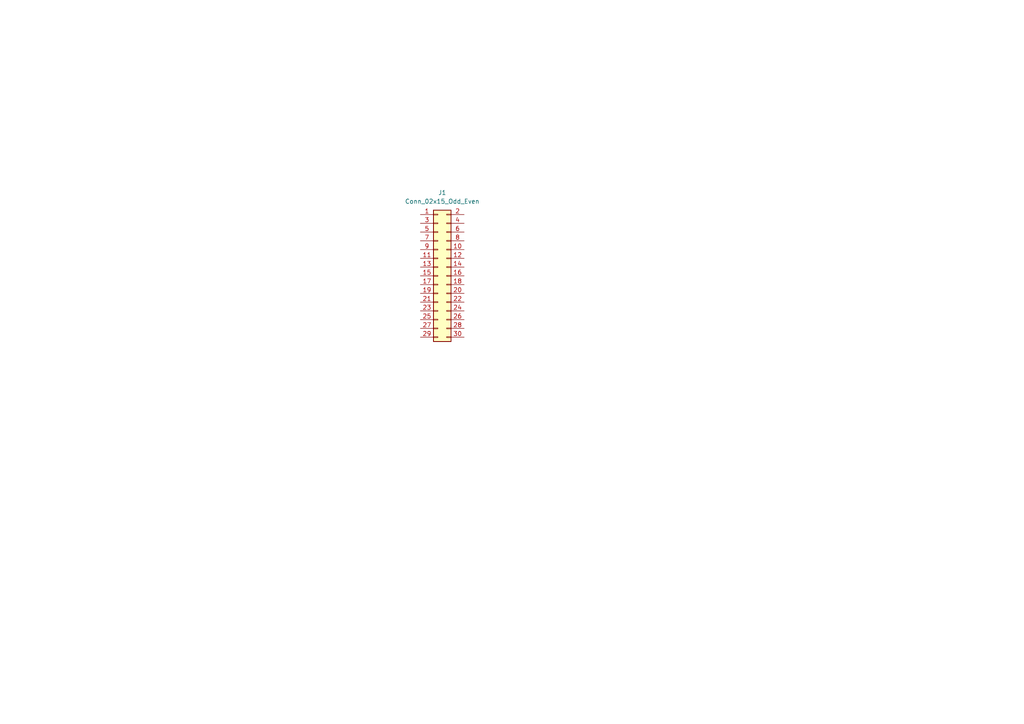
<source format=kicad_sch>
(kicad_sch (version 20250114) (generator "eeschema") (generator_version "9.0")
  (paper "A4")
  (lib_symbols
    (symbol "Connector_Generic:Conn_02x15_Odd_Even" (pin_names (offset 1.016) (hide yes))
      (property "Reference" "J" (at 1.27 20.32 0))
      (property "Value" "Conn_02x15_Odd_Even" (at 1.27 -20.32 0))
      (symbol "Conn_02x15_Odd_Even_1_1"
        (rectangle (start -1.27 19.05) (end 3.81 -19.05) (stroke (width 0.254)) (fill (type background)))
        (rectangle (start -1.27 17.907) (end 0 17.653) (stroke (width 0.1524)))
        (rectangle (start -1.27 15.367) (end 0 15.113) (stroke (width 0.1524)))
        (rectangle (start -1.27 12.827) (end 0 12.573) (stroke (width 0.1524)))
        (rectangle (start -1.27 10.287) (end 0 10.033) (stroke (width 0.1524)))
        (rectangle (start -1.27 7.747) (end 0 7.493) (stroke (width 0.1524)))
        (rectangle (start -1.27 5.207) (end 0 4.953) (stroke (width 0.1524)))
        (rectangle (start -1.27 2.667) (end 0 2.413) (stroke (width 0.1524)))
        (rectangle (start -1.27 0.127) (end 0 -0.127) (stroke (width 0.1524)))
        (rectangle (start -1.27 -2.413) (end 0 -2.667) (stroke (width 0.1524)))
        (rectangle (start -1.27 -4.953) (end 0 -5.207) (stroke (width 0.1524)))
        (rectangle (start -1.27 -7.493) (end 0 -7.747) (stroke (width 0.1524)))
        (rectangle (start -1.27 -10.033) (end 0 -10.287) (stroke (width 0.1524)))
        (rectangle (start -1.27 -12.573) (end 0 -12.827) (stroke (width 0.1524)))
        (rectangle (start -1.27 -15.113) (end 0 -15.367) (stroke (width 0.1524)))
        (rectangle (start -1.27 -17.653) (end 0 -17.907) (stroke (width 0.1524)))
        (rectangle (start 3.81 17.907) (end 2.54 17.653) (stroke (width 0.1524)))
        (rectangle (start 3.81 15.367) (end 2.54 15.113) (stroke (width 0.1524)))
        (rectangle (start 3.81 12.827) (end 2.54 12.573) (stroke (width 0.1524)))
        (rectangle (start 3.81 10.287) (end 2.54 10.033) (stroke (width 0.1524)))
        (rectangle (start 3.81 7.747) (end 2.54 7.493) (stroke (width 0.1524)))
        (rectangle (start 3.81 5.207) (end 2.54 4.953) (stroke (width 0.1524)))
        (rectangle (start 3.81 2.667) (end 2.54 2.413) (stroke (width 0.1524)))
        (rectangle (start 3.81 0.127) (end 2.54 -0.127) (stroke (width 0.1524)))
        (rectangle (start 3.81 -2.413) (end 2.54 -2.667) (stroke (width 0.1524)))
        (rectangle (start 3.81 -4.953) (end 2.54 -5.207) (stroke (width 0.1524)))
        (rectangle (start 3.81 -7.493) (end 2.54 -7.747) (stroke (width 0.1524)))
        (rectangle (start 3.81 -10.033) (end 2.54 -10.287) (stroke (width 0.1524)))
        (rectangle (start 3.81 -12.573) (end 2.54 -12.827) (stroke (width 0.1524)))
        (rectangle (start 3.81 -15.113) (end 2.54 -15.367) (stroke (width 0.1524)))
        (rectangle (start 3.81 -17.653) (end 2.54 -17.907) (stroke (width 0.1524)))
        (pin passive line (at -5.08 17.78 0) (length 3.81) (name "Pin_1") (number "1"))
        (pin passive line (at -5.08 15.24 0) (length 3.81) (name "Pin_3") (number "3"))
        (pin passive line (at -5.08 12.7 0) (length 3.81) (name "Pin_5") (number "5"))
        (pin passive line (at -5.08 10.16 0) (length 3.81) (name "Pin_7") (number "7"))
        (pin passive line (at -5.08 7.62 0) (length 3.81) (name "Pin_9") (number "9"))
        (pin passive line (at -5.08 5.08 0) (length 3.81) (name "Pin_11") (number "11"))
        (pin passive line (at -5.08 2.54 0) (length 3.81) (name "Pin_13") (number "13"))
        (pin passive line (at -5.08 0 0) (length 3.81) (name "Pin_15") (number "15"))
        (pin passive line (at -5.08 -2.54 0) (length 3.81) (name "Pin_17") (number "17"))
        (pin passive line (at -5.08 -5.08 0) (length 3.81) (name "Pin_19") (number "19"))
        (pin passive line (at -5.08 -7.62 0) (length 3.81) (name "Pin_21") (number "21"))
        (pin passive line (at -5.08 -10.16 0) (length 3.81) (name "Pin_23") (number "23"))
        (pin passive line (at -5.08 -12.7 0) (length 3.81) (name "Pin_25") (number "25"))
        (pin passive line (at -5.08 -15.24 0) (length 3.81) (name "Pin_27") (number "27"))
        (pin passive line (at -5.08 -17.78 0) (length 3.81) (name "Pin_29") (number "29"))
        (pin passive line (at 7.62 17.78 180) (length 3.81) (name "Pin_2") (number "2"))
        (pin passive line (at 7.62 15.24 180) (length 3.81) (name "Pin_4") (number "4"))
        (pin passive line (at 7.62 12.7 180) (length 3.81) (name "Pin_6") (number "6"))
        (pin passive line (at 7.62 10.16 180) (length 3.81) (name "Pin_8") (number "8"))
        (pin passive line (at 7.62 7.62 180) (length 3.81) (name "Pin_10") (number "10"))
        (pin passive line (at 7.62 5.08 180) (length 3.81) (name "Pin_12") (number "12"))
        (pin passive line (at 7.62 2.54 180) (length 3.81) (name "Pin_14") (number "14"))
        (pin passive line (at 7.62 0 180) (length 3.81) (name "Pin_16") (number "16"))
        (pin passive line (at 7.62 -2.54 180) (length 3.81) (name "Pin_18") (number "18"))
        (pin passive line (at 7.62 -5.08 180) (length 3.81) (name "Pin_20") (number "20"))
        (pin passive line (at 7.62 -7.62 180) (length 3.81) (name "Pin_22") (number "22"))
        (pin passive line (at 7.62 -10.16 180) (length 3.81) (name "Pin_24") (number "24"))
        (pin passive line (at 7.62 -12.7 180) (length 3.81) (name "Pin_26") (number "26"))
        (pin passive line (at 7.62 -15.24 180) (length 3.81) (name "Pin_28") (number "28"))
        (pin passive line (at 7.62 -17.78 180) (length 3.81) (name "Pin_30") (number "30"))
      )
    )
  )
  (symbol (lib_id "Connector_Generic:Conn_02x15_Odd_Even") (at 127 80.01 0) (unit 1)
    (property "Reference" "J1" (at 128.27 55.88 0))
    (property "Value" "Conn_02x15_Odd_Even" (at 128.27 58.42 0))
    (property "Footprint" "Connector_PinHeader_2.54mm:PinHeader_2x15_P2.54mm_Horizontal" (effects (hide yes)))
    (property "Description" "Generic connector, double row, 02x15, odd/even pin numbering scheme (row 1 odd numbers, row 2 even numbers), script generated (kicad-library-utils/schlib/autogen/connector/)" (effects (hide yes)))
  )
)
</source>
